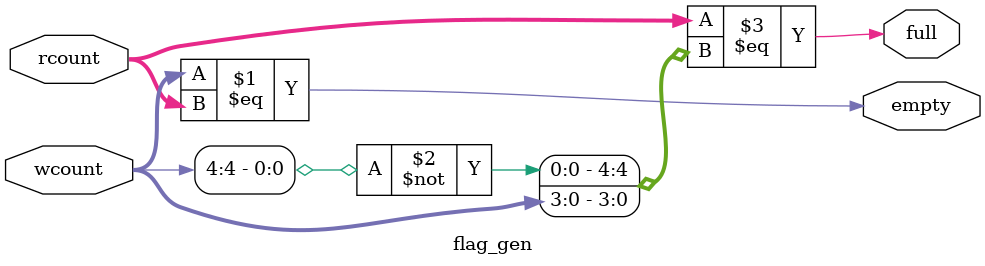
<source format=v>
`timescale 1ns / 1ps
module flag_gen #(parameter ADDRSIZE=4)
	(input [ADDRSIZE:0] wcount,
	 input [ADDRSIZE:0] rcount,
	 output empty,
	 output full
    );

	assign empty=(wcount==rcount);
	assign full = (rcount=={~wcount[ADDRSIZE],wcount[ADDRSIZE-1:0]});

endmodule

</source>
